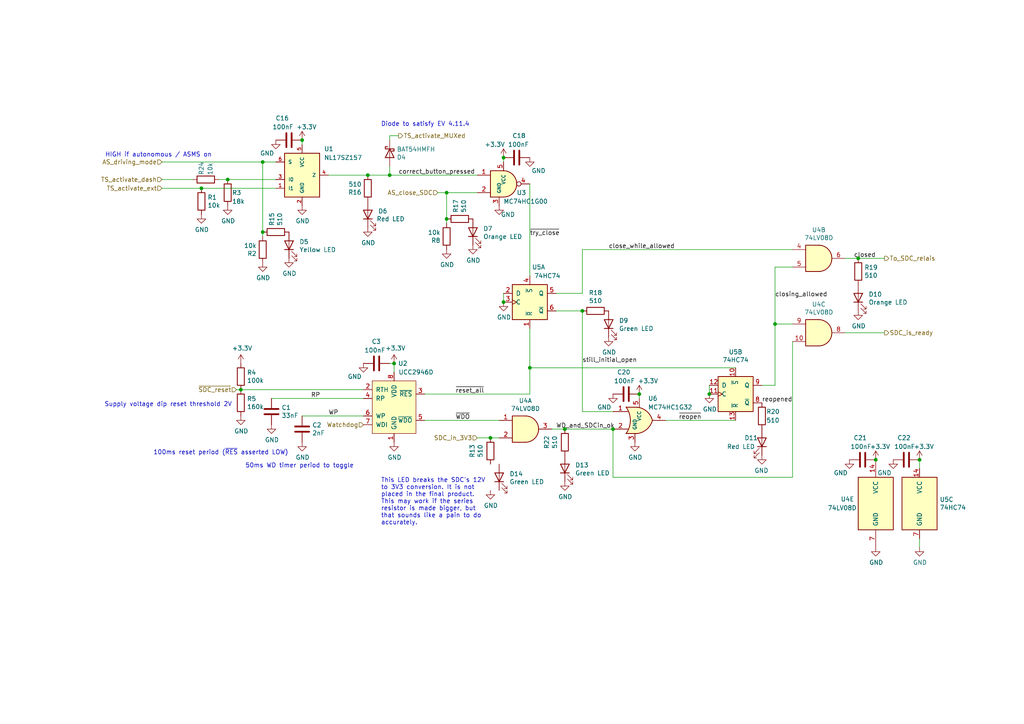
<source format=kicad_sch>
(kicad_sch (version 20211123) (generator eeschema)
  (paper "A4")
  (title_block (title "SDCL - Non-Programmable Logic") (date "2021-12-16") (rev "v1.0") (company "FaSTTUBe - Formula Student Team TU Berlin") (comment 1 "Car 113") (comment 2 "EBS Electronics") (comment 3 "Compliance for rule T 14.5.1 and T 14.5.2") (comment 4 "Hard-Wired logic for SDC relay latching and activation buttons"))
  (lib_symbols
    (symbol "74xx:74HC74" (pin_names (offset 1.016))
      (property "Reference" "U" (at -7.62 8.89 0))
      (property "Value" "74HC74" (at -7.62 -8.89 0))
      (symbol "74HC74_1_0"
        (pin input line (at 0 -7.62 90) (length 2.54) (name "~{R}") (number "1"))
        (pin input line (at -7.62 2.54 0) (length 2.54) (name "D") (number "2"))
        (pin input clock (at -7.62 0 0) (length 2.54) (name "C") (number "3"))
        (pin input line (at 0 7.62 270) (length 2.54) (name "~{S}") (number "4"))
        (pin output line (at 7.62 2.54 180) (length 2.54) (name "Q") (number "5"))
        (pin output line (at 7.62 -2.54 180) (length 2.54) (name "~{Q}") (number "6"))
      )
      (symbol "74HC74_1_1"
        (rectangle (start -5.08 5.08) (end 5.08 -5.08) (stroke (width 0.254)) (fill (type background)))
      )
      (symbol "74HC74_2_0"
        (pin input line (at 0 7.62 270) (length 2.54) (name "~{S}") (number "10"))
        (pin input clock (at -7.62 0 0) (length 2.54) (name "C") (number "11"))
        (pin input line (at -7.62 2.54 0) (length 2.54) (name "D") (number "12"))
        (pin input line (at 0 -7.62 90) (length 2.54) (name "~{R}") (number "13"))
        (pin output line (at 7.62 -2.54 180) (length 2.54) (name "~{Q}") (number "8"))
        (pin output line (at 7.62 2.54 180) (length 2.54) (name "Q") (number "9"))
      )
      (symbol "74HC74_2_1"
        (rectangle (start -5.08 5.08) (end 5.08 -5.08) (stroke (width 0.254)) (fill (type background)))
      )
      (symbol "74HC74_3_0"
        (pin power_in line (at 0 10.16 270) (length 2.54) (name "VCC") (number "14"))
        (pin power_in line (at 0 -10.16 90) (length 2.54) (name "GND") (number "7"))
      )
      (symbol "74HC74_3_1"
        (rectangle (start -5.08 7.62) (end 5.08 -7.62) (stroke (width 0.254)) (fill (type background)))
      )
    )
    (symbol "Custom:74LV08D" (pin_names (offset 1.016))
      (property "Reference" "U" (at 3.81 6.35 0))
      (property "Value" "74LV08D" (at 7.62 3.81 0))
      (symbol "74LV08D_1_1"
        (arc (start 0 -3.81) (mid 3.81 0) (end 0 3.81) (stroke (width 0.254)) (fill (type background)))
        (polyline (pts (xy 0 3.81) (xy -3.81 3.81) (xy -3.81 -3.81) (xy 0 -3.81)) (stroke (width 0.254)) (fill (type background)))
        (pin input line (at -7.62 2.54 0) (length 3.81) (name "~") (number "1"))
        (pin input line (at -7.62 -2.54 0) (length 3.81) (name "~") (number "2"))
        (pin output line (at 7.62 0 180) (length 3.81) (name "~") (number "3"))
      )
      (symbol "74LV08D_1_2"
        (arc (start -3.81 -3.81) (mid -2.589 0) (end -3.81 3.81) (stroke (width 0.254)))
        (arc (start -0.6096 -3.81) (mid 2.1842 -2.5851) (end 3.81 0) (stroke (width 0.254)) (fill (type background)))
        (polyline (pts (xy -3.81 -3.81) (xy -0.635 -3.81)) (stroke (width 0.254)) (fill (type background)))
        (polyline (pts (xy -3.81 3.81) (xy -0.635 3.81)) (stroke (width 0.254)) (fill (type background)))
        (polyline (pts (xy -0.635 3.81) (xy -3.81 3.81) (xy -3.81 3.81) (xy -3.556 3.4036) (xy -3.0226 2.2606) (xy -2.6924 1.0414) (xy -2.6162 -0.254) (xy -2.7686 -1.4986) (xy -3.175 -2.7178) (xy -3.81 -3.81) (xy -3.81 -3.81) (xy -0.635 -3.81)) (stroke (width -25.4)) (fill (type background)))
        (arc (start 3.81 0) (mid 2.1915 2.5936) (end -0.6096 3.81) (stroke (width 0.254)) (fill (type background)))
        (pin input inverted (at -7.62 2.54 0) (length 4.318) (name "~") (number "1"))
        (pin input inverted (at -7.62 -2.54 0) (length 4.318) (name "~") (number "2"))
        (pin output inverted (at 7.62 0 180) (length 3.81) (name "~") (number "3"))
      )
      (symbol "74LV08D_2_1"
        (arc (start 0 -3.81) (mid 3.81 0) (end 0 3.81) (stroke (width 0.254)) (fill (type background)))
        (polyline (pts (xy 0 3.81) (xy -3.81 3.81) (xy -3.81 -3.81) (xy 0 -3.81)) (stroke (width 0.254)) (fill (type background)))
        (pin input line (at -7.62 2.54 0) (length 3.81) (name "~") (number "4"))
        (pin input line (at -7.62 -2.54 0) (length 3.81) (name "~") (number "5"))
        (pin output line (at 7.62 0 180) (length 3.81) (name "~") (number "6"))
      )
      (symbol "74LV08D_2_2"
        (arc (start -3.81 -3.81) (mid -2.589 0) (end -3.81 3.81) (stroke (width 0.254)))
        (arc (start -0.6096 -3.81) (mid 2.1842 -2.5851) (end 3.81 0) (stroke (width 0.254)) (fill (type background)))
        (polyline (pts (xy -3.81 -3.81) (xy -0.635 -3.81)) (stroke (width 0.254)) (fill (type background)))
        (polyline (pts (xy -3.81 3.81) (xy -0.635 3.81)) (stroke (width 0.254)) (fill (type background)))
        (polyline (pts (xy -0.635 3.81) (xy -3.81 3.81) (xy -3.81 3.81) (xy -3.556 3.4036) (xy -3.0226 2.2606) (xy -2.6924 1.0414) (xy -2.6162 -0.254) (xy -2.7686 -1.4986) (xy -3.175 -2.7178) (xy -3.81 -3.81) (xy -3.81 -3.81) (xy -0.635 -3.81)) (stroke (width -25.4)) (fill (type background)))
        (arc (start 3.81 0) (mid 2.1915 2.5936) (end -0.6096 3.81) (stroke (width 0.254)) (fill (type background)))
        (pin input inverted (at -7.62 2.54 0) (length 4.318) (name "~") (number "4"))
        (pin input inverted (at -7.62 -2.54 0) (length 4.318) (name "~") (number "5"))
        (pin output inverted (at 7.62 0 180) (length 3.81) (name "~") (number "6"))
      )
      (symbol "74LV08D_3_1"
        (arc (start 0 -3.81) (mid 3.81 0) (end 0 3.81) (stroke (width 0.254)) (fill (type background)))
        (polyline (pts (xy 0 3.81) (xy -3.81 3.81) (xy -3.81 -3.81) (xy 0 -3.81)) (stroke (width 0.254)) (fill (type background)))
        (pin input line (at -7.62 -2.54 0) (length 3.81) (name "~") (number "10"))
        (pin output line (at 7.62 0 180) (length 3.81) (name "~") (number "8"))
        (pin input line (at -7.62 2.54 0) (length 3.81) (name "~") (number "9"))
      )
      (symbol "74LV08D_3_2"
        (arc (start -3.81 -3.81) (mid -2.589 0) (end -3.81 3.81) (stroke (width 0.254)))
        (arc (start -0.6096 -3.81) (mid 2.1842 -2.5851) (end 3.81 0) (stroke (width 0.254)) (fill (type background)))
        (polyline (pts (xy -3.81 -3.81) (xy -0.635 -3.81)) (stroke (width 0.254)) (fill (type background)))
        (polyline (pts (xy -3.81 3.81) (xy -0.635 3.81)) (stroke (width 0.254)) (fill (type background)))
        (polyline (pts (xy -0.635 3.81) (xy -3.81 3.81) (xy -3.81 3.81) (xy -3.556 3.4036) (xy -3.0226 2.2606) (xy -2.6924 1.0414) (xy -2.6162 -0.254) (xy -2.7686 -1.4986) (xy -3.175 -2.7178) (xy -3.81 -3.81) (xy -3.81 -3.81) (xy -0.635 -3.81)) (stroke (width -25.4)) (fill (type background)))
        (arc (start 3.81 0) (mid 2.1915 2.5936) (end -0.6096 3.81) (stroke (width 0.254)) (fill (type background)))
        (pin input inverted (at -7.62 -2.54 0) (length 4.318) (name "~") (number "10"))
        (pin output inverted (at 7.62 0 180) (length 3.81) (name "~") (number "8"))
        (pin input inverted (at -7.62 2.54 0) (length 4.318) (name "~") (number "9"))
      )
      (symbol "74LV08D_4_1"
        (arc (start 0 -3.81) (mid 3.81 0) (end 0 3.81) (stroke (width 0.254)) (fill (type background)))
        (polyline (pts (xy 0 3.81) (xy -3.81 3.81) (xy -3.81 -3.81) (xy 0 -3.81)) (stroke (width 0.254)) (fill (type background)))
        (pin output line (at 7.62 0 180) (length 3.81) (name "~") (number "11"))
        (pin input line (at -7.62 2.54 0) (length 3.81) (name "~") (number "12"))
        (pin input line (at -7.62 -2.54 0) (length 3.81) (name "~") (number "13"))
      )
      (symbol "74LV08D_4_2"
        (arc (start -3.81 -3.81) (mid -2.589 0) (end -3.81 3.81) (stroke (width 0.254)))
        (arc (start -0.6096 -3.81) (mid 2.1842 -2.5851) (end 3.81 0) (stroke (width 0.254)) (fill (type background)))
        (polyline (pts (xy -3.81 -3.81) (xy -0.635 -3.81)) (stroke (width 0.254)) (fill (type background)))
        (polyline (pts (xy -3.81 3.81) (xy -0.635 3.81)) (stroke (width 0.254)) (fill (type background)))
        (polyline (pts (xy -0.635 3.81) (xy -3.81 3.81) (xy -3.81 3.81) (xy -3.556 3.4036) (xy -3.0226 2.2606) (xy -2.6924 1.0414) (xy -2.6162 -0.254) (xy -2.7686 -1.4986) (xy -3.175 -2.7178) (xy -3.81 -3.81) (xy -3.81 -3.81) (xy -0.635 -3.81)) (stroke (width -25.4)) (fill (type background)))
        (arc (start 3.81 0) (mid 2.1915 2.5936) (end -0.6096 3.81) (stroke (width 0.254)) (fill (type background)))
        (pin output inverted (at 7.62 0 180) (length 3.81) (name "~") (number "11"))
        (pin input inverted (at -7.62 2.54 0) (length 4.318) (name "~") (number "12"))
        (pin input inverted (at -7.62 -2.54 0) (length 4.318) (name "~") (number "13"))
      )
      (symbol "74LV08D_5_0"
        (pin power_in line (at 0 12.7 270) (length 5.08) (name "VCC") (number "14"))
        (pin power_in line (at 0 -12.7 90) (length 5.08) (name "GND") (number "7"))
      )
      (symbol "74LV08D_5_1"
        (rectangle (start -5.08 7.62) (end 5.08 -7.62) (stroke (width 0.254)) (fill (type background)))
      )
    )
    (symbol "Custom:MC74HC1G00" (pin_names (offset 1.016))
      (property "Reference" "U" (at 1.27 7.62 0))
      (property "Value" "MC74HC1G00" (at 7.62 5.08 0))
      (symbol "MC74HC1G00_1_1"
        (arc (start 0 -3.81) (mid 3.81 0) (end 0 3.81) (stroke (width 0.254)) (fill (type background)))
        (polyline (pts (xy 0 3.81) (xy -3.81 3.81) (xy -3.81 -3.81) (xy 0 -3.81)) (stroke (width 0.254)) (fill (type background)))
        (pin input line (at -7.62 2.54 0) (length 3.81) (name "~") (number "1"))
        (pin input line (at -7.62 -2.54 0) (length 3.81) (name "~") (number "2"))
        (pin power_in line (at -1.27 -6.35 90) (length 2.54) (name "GND") (number "3"))
        (pin output inverted (at 7.62 0 180) (length 3.81) (name "~") (number "4"))
        (pin power_in line (at 0 6.35 270) (length 2.54) (name "VCC") (number "5"))
      )
      (symbol "MC74HC1G00_1_2"
        (arc (start -3.81 -3.81) (mid -2.589 0) (end -3.81 3.81) (stroke (width 0.254)))
        (arc (start -0.6096 -3.81) (mid 2.1842 -2.5851) (end 3.81 0) (stroke (width 0.254)) (fill (type background)))
        (polyline (pts (xy -3.81 -3.81) (xy -0.635 -3.81)) (stroke (width 0.254)) (fill (type background)))
        (polyline (pts (xy -3.81 3.81) (xy -0.635 3.81)) (stroke (width 0.254)) (fill (type background)))
        (polyline (pts (xy -0.635 3.81) (xy -3.81 3.81) (xy -3.81 3.81) (xy -3.556 3.4036) (xy -3.0226 2.2606) (xy -2.6924 1.0414) (xy -2.6162 -0.254) (xy -2.7686 -1.4986) (xy -3.175 -2.7178) (xy -3.81 -3.81) (xy -3.81 -3.81) (xy -0.635 -3.81)) (stroke (width -25.4)) (fill (type background)))
        (arc (start 3.81 0) (mid 2.1915 2.5936) (end -0.6096 3.81) (stroke (width 0.254)) (fill (type background)))
        (pin input inverted (at -7.62 2.54 0) (length 4.318) (name "~") (number "1"))
        (pin input inverted (at -7.62 -2.54 0) (length 4.318) (name "~") (number "2"))
        (pin output line (at 7.62 0 180) (length 3.81) (name "~") (number "3"))
      )
    )
    (symbol "Custom:MC74HC1G32" (pin_names (offset 1.016))
      (property "Reference" "U" (at 3.81 6.35 0))
      (property "Value" "MC74HC1G32" (at 8.89 3.81 0))
      (symbol "MC74HC1G32_1_1"
        (arc (start -3.81 -3.81) (mid -2.589 0) (end -3.81 3.81) (stroke (width 0.254)))
        (arc (start -0.6096 -3.81) (mid 2.1842 -2.5851) (end 3.81 0) (stroke (width 0.254)) (fill (type background)))
        (polyline (pts (xy -3.81 -3.81) (xy -0.635 -3.81)) (stroke (width 0.254)) (fill (type background)))
        (polyline (pts (xy -3.81 3.81) (xy -0.635 3.81)) (stroke (width 0.254)) (fill (type background)))
        (polyline (pts (xy -0.635 3.81) (xy -3.81 3.81) (xy -3.81 3.81) (xy -3.556 3.4036) (xy -3.0226 2.2606) (xy -2.6924 1.0414) (xy -2.6162 -0.254) (xy -2.7686 -1.4986) (xy -3.175 -2.7178) (xy -3.81 -3.81) (xy -3.81 -3.81) (xy -0.635 -3.81)) (stroke (width -25.4)) (fill (type background)))
        (arc (start 3.81 0) (mid 2.1915 2.5936) (end -0.6096 3.81) (stroke (width 0.254)) (fill (type background)))
        (pin input line (at -7.62 2.54 0) (length 4.318) (name "~") (number "1"))
        (pin input line (at -7.62 -2.54 0) (length 4.318) (name "~") (number "2"))
        (pin power_in line (at -1.27 -6.35 90) (length 2.54) (name "GND") (number "3"))
        (pin output line (at 7.62 0 180) (length 3.81) (name "~") (number "4"))
        (pin power_in line (at 0 6.35 270) (length 2.54) (name "VCC") (number "5"))
      )
      (symbol "MC74HC1G32_1_2"
        (arc (start 0 -3.81) (mid 3.81 0) (end 0 3.81) (stroke (width 0.254)) (fill (type background)))
        (polyline (pts (xy 0 3.81) (xy -3.81 3.81) (xy -3.81 -3.81) (xy 0 -3.81)) (stroke (width 0.254)) (fill (type background)))
        (pin input inverted (at -7.62 2.54 0) (length 3.81) (name "~") (number "1"))
        (pin input inverted (at -7.62 -2.54 0) (length 3.81) (name "~") (number "2"))
        (pin output inverted (at 7.62 0 180) (length 3.81) (name "~") (number "3"))
      )
    )
    (symbol "Custom:NL17SZ157" (pin_names (offset 1.016))
      (property "Reference" "U" (at 0 15.24 0))
      (property "Value" "NL17SZ157" (at 0 12.7 0))
      (symbol "NL17SZ157_1_1"
        (rectangle (start -5.08 6.35) (end 5.08 -6.35) (stroke (width 0.254)) (fill (type background)))
        (pin input line (at -7.62 -3.81 0) (length 2.54) (name "I1") (number "1"))
        (pin power_in line (at 0 -8.89 90) (length 2.54) (name "GND") (number "2"))
        (pin input line (at -7.62 -1.27 0) (length 2.54) (name "I0") (number "3"))
        (pin output line (at 7.62 0 180) (length 2.54) (name "Z") (number "4"))
        (pin power_in line (at 0 8.89 270) (length 2.54) (name "VCC") (number "5"))
        (pin input line (at -7.62 3.81 0) (length 2.54) (name "S") (number "6"))
      )
    )
    (symbol "Custom:UCC2946" (pin_names (offset 1.016))
      (property "Reference" "U" (at 0 15.24 0))
      (property "Value" "UCC2946" (at 0 12.7 0))
      (symbol "UCC2946_0_1"
        (rectangle (start -6.35 7.62) (end 6.35 -7.62) (fill (type background)))
      )
      (symbol "UCC2946_1_1"
        (pin power_in line (at 0 -10.16 90) (length 2.54) (name "GND") (number "1"))
        (pin input line (at -8.89 5.08 0) (length 2.54) (name "RTH") (number "2"))
        (pin input line (at 8.89 3.81 180) (length 2.54) (name "~{RES}") (number "3"))
        (pin input line (at -8.89 2.54 0) (length 2.54) (name "RP") (number "4"))
        (pin input line (at 8.89 -3.81 180) (length 2.54) (name "~{WDO}") (number "5"))
        (pin input line (at -8.89 -2.54 0) (length 2.54) (name "WP") (number "6"))
        (pin input line (at -8.89 -5.08 0) (length 2.54) (name "WDI") (number "7"))
        (pin power_in line (at 0 10.16 270) (length 2.54) (name "VDD") (number "8"))
      )
    )
    (symbol "Device:C" (pin_numbers hide) (pin_names (offset 0.254))
      (property "Reference" "C" (at 0.635 2.54 0))
      (property "Value" "C" (at 0.635 -2.54 0))
      (symbol "C_0_1"
        (polyline (pts (xy -2.032 -0.762) (xy 2.032 -0.762)) (stroke (width 0.508)))
        (polyline (pts (xy -2.032 0.762) (xy 2.032 0.762)) (stroke (width 0.508)))
      )
      (symbol "C_1_1"
        (pin passive line (at 0 3.81 270) (length 2.794) (name "~") (number "1"))
        (pin passive line (at 0 -3.81 90) (length 2.794) (name "~") (number "2"))
      )
    )
    (symbol "Device:D_Schottky" (pin_numbers hide) (pin_names (offset 1.016) hide)
      (property "Reference" "D" (at 0 2.54 0))
      (property "Value" "D_Schottky" (at 0 -2.54 0))
      (symbol "D_Schottky_0_1"
        (polyline (pts (xy 1.27 0) (xy -1.27 0)))
        (polyline (pts (xy 1.27 1.27) (xy 1.27 -1.27) (xy -1.27 0) (xy 1.27 1.27)) (stroke (width 0.254)))
        (polyline (pts (xy -1.905 0.635) (xy -1.905 1.27) (xy -1.27 1.27) (xy -1.27 -1.27) (xy -0.635 -1.27) (xy -0.635 -0.635)) (stroke (width 0.254)))
      )
      (symbol "D_Schottky_1_1"
        (pin passive line (at -3.81 0 0) (length 2.54) (name "K") (number "1"))
        (pin passive line (at 3.81 0 180) (length 2.54) (name "A") (number "2"))
      )
    )
    (symbol "Device:LED" (pin_numbers hide) (pin_names (offset 1.016) hide)
      (property "Reference" "D" (at 0 2.54 0))
      (property "Value" "LED" (at 0 -2.54 0))
      (symbol "LED_0_1"
        (polyline (pts (xy -1.27 -1.27) (xy -1.27 1.27)) (stroke (width 0.254)))
        (polyline (pts (xy -1.27 0) (xy 1.27 0)))
        (polyline (pts (xy 1.27 -1.27) (xy 1.27 1.27) (xy -1.27 0) (xy 1.27 -1.27)) (stroke (width 0.254)))
        (polyline (pts (xy -3.048 -0.762) (xy -4.572 -2.286) (xy -3.81 -2.286) (xy -4.572 -2.286) (xy -4.572 -1.524)))
        (polyline (pts (xy -1.778 -0.762) (xy -3.302 -2.286) (xy -2.54 -2.286) (xy -3.302 -2.286) (xy -3.302 -1.524)))
      )
      (symbol "LED_1_1"
        (pin passive line (at -3.81 0 0) (length 2.54) (name "K") (number "1"))
        (pin passive line (at 3.81 0 180) (length 2.54) (name "A") (number "2"))
      )
    )
    (symbol "Device:R" (pin_numbers hide) (pin_names (offset 0))
      (property "Reference" "R" (at 2.032 0 90))
      (property "Value" "R" (at 0 0 90))
      (symbol "R_0_1"
        (rectangle (start -1.016 -2.54) (end 1.016 2.54) (stroke (width 0.254)))
      )
      (symbol "R_1_1"
        (pin passive line (at 0 3.81 270) (length 1.27) (name "~") (number "1"))
        (pin passive line (at 0 -3.81 90) (length 1.27) (name "~") (number "2"))
      )
    )
    (symbol "power:+3.3V" (power) (pin_names (offset 0))
      (property "Value" "+3.3V" (at 0 3.556 0))
      (symbol "+3.3V_0_1"
        (polyline (pts (xy -0.762 1.27) (xy 0 2.54)))
        (polyline (pts (xy 0 0) (xy 0 2.54)))
        (polyline (pts (xy 0 2.54) (xy 0.762 1.27)))
      )
      (symbol "+3.3V_1_1"
        (pin power_in line (at 0 0 90) (length 0) hide (name "+3.3V") (number "1"))
      )
    )
    (symbol "power:GND" (power) (pin_names (offset 0))
      (property "Value" "GND" (at 0 -3.81 0))
      (symbol "GND_0_1"
        (polyline (pts (xy 0 0) (xy 0 -1.27) (xy 1.27 -1.27) (xy 0 -2.54) (xy -1.27 -1.27) (xy 0 -1.27)))
      )
      (symbol "GND_1_1"
        (pin power_in line (at 0 0 270) (length 0) hide (name "GND") (number "1"))
      )
    )
  )
  (junction (at 163.83 124.46))
  (junction (at 114.3 105.41))
  (junction (at 224.79 93.98))
  (junction (at 113.03 50.8))
  (junction (at 129.54 63.5))
  (junction (at 168.91 90.17))
  (junction (at 248.92 74.93))
  (junction (at 266.7 133.35))
  (junction (at 153.67 106.68))
  (junction (at 146.05 87.63))
  (junction (at 76.2 67.31))
  (junction (at 146.05 45.72))
  (junction (at 106.68 50.8))
  (junction (at 142.24 127))
  (junction (at 254 133.35))
  (junction (at 129.54 55.88))
  (junction (at 58.42 54.61))
  (junction (at 69.85 113.03))
  (junction (at 177.8 124.46))
  (junction (at 76.2 46.99))
  (junction (at 87.63 40.64))
  (junction (at 185.42 114.3))
  (junction (at 66.04 52.07))
  (junction (at 205.74 114.3))
  (wire (pts (xy 58.42 54.61) (xy 80.01 54.61)))
  (wire (pts (xy 153.67 106.68) (xy 153.67 114.3)))
  (wire (pts (xy 142.24 127) (xy 144.78 127)))
  (wire (pts (xy 245.11 96.52) (xy 256.54 96.52)))
  (wire (pts (xy 224.79 111.76) (xy 224.79 93.98)))
  (wire (pts (xy 161.29 85.09) (xy 168.91 85.09)))
  (wire (pts (xy 213.36 106.68) (xy 153.67 106.68)))
  (wire (pts (xy 113.03 50.8) (xy 138.43 50.8)))
  (wire (pts (xy 127 55.88) (xy 129.54 55.88)))
  (wire (pts (xy 66.04 52.07) (xy 80.01 52.07)))
  (wire (pts (xy 113.03 39.37) (xy 115.57 39.37)))
  (wire (pts (xy 153.67 53.34) (xy 153.67 80.01)))
  (wire (pts (xy 87.63 40.64) (xy 87.63 41.91)))
  (wire (pts (xy 69.85 113.03) (xy 105.41 113.03)))
  (wire (pts (xy 138.43 127) (xy 142.24 127)))
  (wire (pts (xy 224.79 93.98) (xy 224.79 77.47)))
  (wire (pts (xy 123.19 114.3) (xy 153.67 114.3)))
  (wire (pts (xy 106.68 50.8) (xy 113.03 50.8)))
  (wire (pts (xy 46.99 46.99) (xy 76.2 46.99)))
  (wire (pts (xy 224.79 77.47) (xy 229.87 77.47)))
  (wire (pts (xy 129.54 55.88) (xy 138.43 55.88)))
  (wire (pts (xy 76.2 46.99) (xy 76.2 67.31)))
  (wire (pts (xy 168.91 90.17) (xy 161.29 90.17)))
  (wire (pts (xy 163.83 124.46) (xy 177.8 124.46)))
  (wire (pts (xy 95.25 50.8) (xy 106.68 50.8)))
  (wire (pts (xy 168.91 90.17) (xy 168.91 119.38)))
  (wire (pts (xy 68.58 113.03) (xy 69.85 113.03)))
  (wire (pts (xy 266.7 135.89) (xy 266.7 133.35)))
  (wire (pts (xy 78.74 115.57) (xy 105.41 115.57)))
  (wire (pts (xy 193.04 121.92) (xy 213.36 121.92)))
  (wire (pts (xy 113.03 105.41) (xy 114.3 105.41)))
  (wire (pts (xy 177.8 138.43) (xy 177.8 124.46)))
  (wire (pts (xy 114.3 105.41) (xy 114.3 107.95)))
  (wire (pts (xy 153.67 95.25) (xy 153.67 106.68)))
  (wire (pts (xy 168.91 72.39) (xy 168.91 85.09)))
  (wire (pts (xy 123.19 121.92) (xy 144.78 121.92)))
  (wire (pts (xy 129.54 63.5) (xy 129.54 64.77)))
  (wire (pts (xy 46.99 54.61) (xy 58.42 54.61)))
  (wire (pts (xy 220.98 111.76) (xy 224.79 111.76)))
  (wire (pts (xy 266.7 158.75) (xy 266.7 156.21)))
  (wire (pts (xy 160.02 124.46) (xy 163.83 124.46)))
  (wire (pts (xy 248.92 74.93) (xy 256.54 74.93)))
  (wire (pts (xy 146.05 45.72) (xy 146.05 46.99)))
  (wire (pts (xy 76.2 67.31) (xy 76.2 68.58)))
  (wire (pts (xy 113.03 40.64) (xy 113.03 39.37)))
  (wire (pts (xy 63.5 52.07) (xy 66.04 52.07)))
  (wire (pts (xy 168.91 119.38) (xy 177.8 119.38)))
  (wire (pts (xy 205.74 111.76) (xy 205.74 114.3)))
  (wire (pts (xy 146.05 85.09) (xy 146.05 87.63)))
  (wire (pts (xy 129.54 55.88) (xy 129.54 63.5)))
  (wire (pts (xy 113.03 48.26) (xy 113.03 50.8)))
  (wire (pts (xy 229.87 93.98) (xy 224.79 93.98)))
  (wire (pts (xy 168.91 72.39) (xy 229.87 72.39)))
  (wire (pts (xy 185.42 114.3) (xy 185.42 115.57)))
  (wire (pts (xy 76.2 46.99) (xy 80.01 46.99)))
  (wire (pts (xy 245.11 74.93) (xy 248.92 74.93)))
  (wire (pts (xy 229.87 99.06) (xy 229.87 138.43)))
  (wire (pts (xy 46.99 52.07) (xy 55.88 52.07)))
  (wire (pts (xy 229.87 138.43) (xy 177.8 138.43)))
  (wire (pts (xy 87.63 120.65) (xy 105.41 120.65)))
  (text "Supply voltage dip reset threshold 2V" (at 67.31 118.11 180) (effects (font (size 1.27 1.27)) (justify right bottom)))
  (text "100ms reset period (~{RES} asserted LOW)" (at 44.45 132.08 0) (effects (font (size 1.27 1.27)) (justify left bottom)))
  (text "50ms WD timer period to toggle" (at 71.12 135.89 0) (effects (font (size 1.27 1.27)) (justify left bottom)))
  (text "This LED breaks the SDC's 12V\nto 3V3 conversion. It is not\nplaced in the final product.\nThis may work if the series\nresistor is made bigger, but\nthat sounds like a pain to do\naccurately." (at 110.49 152.4 0) (effects (font (size 1.27 1.27)) (justify left bottom)))
  (text "HIGH if autonomous / ASMS on" (at 30.48 45.72 0) (effects (font (size 1.27 1.27)) (justify left bottom)))
  (text "Diode to satisfy EV 4.11.4" (at 110.49 36.83 0) (effects (font (size 1.27 1.27)) (justify left bottom)))
  (label "~{reopen}" (at 196.85 121.92 0))
  (label "reopened" (at 220.98 116.84 0))
  (label "correct_button_pressed" (at 115.57 50.8 0))
  (label "WP" (at 95.25 120.65 0))
  (label "WD_and_SDCin_ok" (at 161.29 124.46 0))
  (label "close_while_allowed" (at 176.53 72.39 0))
  (label "~{reset_all}" (at 132.08 114.3 0))
  (label "closing_allowed" (at 224.79 86.36 0))
  (label "~{WDO}" (at 132.08 121.92 0))
  (label "still_initial_open" (at 168.91 105.41 0))
  (label "closed" (at 247.65 74.93 0))
  (label "RP" (at 90.17 115.57 0))
  (label "~{try_close}" (at 153.67 68.58 0))
  (hierarchical_label "SDC_in_3V3" (shape input) (at 138.43 127 180))
  (hierarchical_label "TS_activate_dash" (shape input) (at 46.99 52.07 180))
  (hierarchical_label "~{SDC_reset}" (shape input) (at 68.58 113.03 180))
  (hierarchical_label "AS_close_SDC" (shape input) (at 127 55.88 180))
  (hierarchical_label "SDC_is_ready" (shape output) (at 256.54 96.52 0))
  (hierarchical_label "TS_activate_MUXed" (shape output) (at 115.57 39.37 0))
  (hierarchical_label "AS_driving_mode" (shape input) (at 46.99 46.99 180))
  (hierarchical_label "TS_activate_ext" (shape input) (at 46.99 54.61 180))
  (hierarchical_label "Watchdog" (shape input) (at 105.41 123.19 180))
  (hierarchical_label "To_SDC_relais" (shape output) (at 256.54 74.93 0))
  (symbol (lib_id "Device:C") (at 78.74 119.38 0) (unit 1)
    (property "Reference" "C1" (at 81.661 118.2116 0) (effects (justify left)))
    (property "Value" "33nF" (at 81.661 120.523 0) (effects (justify left)))
    (property "Footprint" "Capacitor_SMD:C_0603_1608Metric_Pad1.05x0.95mm_HandSolder" (effects hide))
  )
  (symbol (lib_id "Device:C") (at 87.63 124.46 0) (unit 1)
    (property "Reference" "C2" (at 90.551 123.2916 0) (effects (justify left)))
    (property "Value" "2nF" (at 90.551 125.603 0) (effects (justify left)))
    (property "Footprint" "Capacitor_SMD:C_0603_1608Metric_Pad1.05x0.95mm_HandSolder" (effects hide))
  )
  (symbol (lib_id "Custom:UCC2946") (at 114.3 118.11 0) (unit 1)
    (property "Reference" "U2" (at 116.84 105.41 0))
    (property "Value" "UCC2946D" (at 120.65 107.95 0))
    (property "Footprint" "Package_SO:SOIC-8_3.9x4.9mm_P1.27mm" (effects hide))
    (property "Datasheet" "https://www.ti.com/lit/ds/symlink/ucc2946.pdf" (effects hide))
  )
  (symbol (lib_id "Device:C") (at 109.22 105.41 90) (unit 1)
    (property "Reference" "C3" (at 110.49 99.06 90) (effects (justify left)))
    (property "Value" "100nF" (at 111.76 101.6 90) (effects (justify left)))
    (property "Footprint" "Capacitor_SMD:C_0603_1608Metric_Pad1.05x0.95mm_HandSolder" (effects hide))
  )
  (symbol (lib_id "Device:R") (at 69.85 116.84 0) (unit 1)
    (property "Reference" "R5" (at 71.628 115.6716 0) (effects (justify left)))
    (property "Value" "160k" (at 71.628 117.983 0) (effects (justify left)))
    (property "Footprint" "Resistor_SMD:R_0603_1608Metric_Pad1.05x0.95mm_HandSolder" (effects hide))
  )
  (symbol (lib_id "Device:R") (at 69.85 109.22 0) (unit 1)
    (property "Reference" "R4" (at 71.628 108.0516 0) (effects (justify left)))
    (property "Value" "100k" (at 71.628 110.363 0) (effects (justify left)))
    (property "Footprint" "Resistor_SMD:R_0603_1608Metric_Pad1.05x0.95mm_HandSolder" (effects hide))
  )
  (symbol (lib_id "Device:R") (at 58.42 58.42 0) (unit 1)
    (property "Reference" "R1" (at 60.198 57.2516 0) (effects (justify left)))
    (property "Value" "10k" (at 60.198 59.563 0) (effects (justify left)))
    (property "Footprint" "Resistor_SMD:R_0603_1608Metric_Pad1.05x0.95mm_HandSolder" (effects hide))
  )
  (symbol (lib_id "Device:R") (at 66.04 55.88 0) (unit 1)
    (property "Reference" "R3" (at 67.31 55.88 0) (effects (justify left)))
    (property "Value" "18k" (at 67.31 58.42 0) (effects (justify left)))
    (property "Footprint" "Resistor_SMD:R_0603_1608Metric_Pad1.05x0.95mm_HandSolder" (effects hide))
  )
  (symbol (lib_id "power:GND") (at 66.04 59.69 0) (unit 1)
    (property "Reference" "#PWR0107" (effects hide))
    (property "Value" "GND" (at 66.167 64.0842 0))
  )
  (symbol (lib_id "power:GND") (at 58.42 62.23 0) (unit 1)
    (property "Reference" "#PWR0108" (effects hide))
    (property "Value" "GND" (at 58.547 66.6242 0))
  )
  (symbol (lib_id "Device:R") (at 76.2 72.39 180) (unit 1)
    (property "Reference" "R2" (at 74.422 73.5584 0) (effects (justify left)))
    (property "Value" "10k" (at 74.422 71.247 0) (effects (justify left)))
    (property "Footprint" "Resistor_SMD:R_0603_1608Metric_Pad1.05x0.95mm_HandSolder" (effects hide))
  )
  (symbol (lib_id "power:GND") (at 76.2 76.2 0) (unit 1)
    (property "Reference" "#PWR0109" (effects hide))
    (property "Value" "GND" (at 76.327 80.5942 0))
  )
  (symbol (lib_id "Device:R") (at 129.54 68.58 180) (unit 1)
    (property "Reference" "R8" (at 127.762 69.7484 0) (effects (justify left)))
    (property "Value" "10k" (at 127.762 67.437 0) (effects (justify left)))
    (property "Footprint" "Resistor_SMD:R_0603_1608Metric_Pad1.05x0.95mm_HandSolder" (effects hide))
  )
  (symbol (lib_id "Custom:MC74HC1G00") (at 146.05 53.34 0) (unit 1)
    (property "Reference" "U3" (at 149.86 55.88 0) (effects (justify left)))
    (property "Value" "MC74HC1G00" (at 146.05 58.42 0) (effects (justify left)))
    (property "Footprint" "Custom:SC-74A-5_1.5x2.9mm_P0.95mm" (effects hide))
    (property "Datasheet" "http://www.ti.com/lit/gpn/sn74ls00" (effects hide))
  )
  (symbol (lib_id "power:GND") (at 144.78 59.69 0) (unit 1)
    (property "Reference" "#PWR0122" (effects hide))
    (property "Value" "GND" (at 147.32 62.23 0))
  )
  (symbol (lib_id "power:GND") (at 129.54 72.39 0) (unit 1)
    (property "Reference" "#PWR0111" (effects hide))
    (property "Value" "GND" (at 129.667 76.7842 0))
  )
  (symbol (lib_id "Custom:MC74HC1G32") (at 185.42 121.92 0) (unit 1)
    (property "Reference" "U6" (at 187.96 115.57 0) (effects (justify left)))
    (property "Value" "MC74HC1G32" (at 187.96 118.11 0) (effects (justify left)))
    (property "Footprint" "Custom:SC-74A-5_1.5x2.9mm_P0.95mm" (effects hide))
    (property "Datasheet" "https://www.mouser.de/datasheet/2/308/1/MC74HC1G32_D-2315545.pdf" (effects hide))
  )
  (symbol (lib_id "power:GND") (at 184.15 128.27 0) (unit 1)
    (property "Reference" "#PWR0124" (effects hide))
    (property "Value" "GND" (at 184.277 132.6642 0))
  )
  (symbol (lib_id "power:+3.3V") (at 185.42 114.3 0) (unit 1)
    (property "Reference" "#PWR0125" (effects hide))
    (property "Value" "+3.3V" (at 187.96 110.49 0))
  )
  (symbol (lib_id "power:GND") (at 105.41 105.41 0) (unit 1)
    (property "Reference" "#PWR0112" (effects hide))
    (property "Value" "GND" (at 102.87 109.22 0))
  )
  (symbol (lib_id "Custom:74LV08D") (at 152.4 124.46 0) (unit 1)
    (property "Reference" "U4" (at 152.4 116.205 0))
    (property "Value" "74LV08D" (at 152.4 118.5164 0))
    (property "Footprint" "Package_SO:SOIC-14_3.9x8.7mm_P1.27mm" (effects hide))
    (property "Datasheet" "https://www.mouser.de/datasheet/2/916/74LV08-1388983.pdf" (effects hide))
  )
  (symbol (lib_id "power:GND") (at 87.63 128.27 0) (unit 1)
    (property "Reference" "#PWR0113" (effects hide))
    (property "Value" "GND" (at 87.757 132.6642 0))
  )
  (symbol (lib_id "Custom:74LV08D") (at 237.49 74.93 0) (unit 2)
    (property "Reference" "U4" (at 237.49 66.675 0))
    (property "Value" "74LV08D" (at 237.49 68.9864 0))
    (property "Footprint" "Package_SO:SOIC-14_3.9x8.7mm_P1.27mm" (effects hide))
    (property "Datasheet" "https://www.mouser.de/datasheet/2/916/74LV08-1388983.pdf" (effects hide))
  )
  (symbol (lib_id "Custom:74LV08D") (at 237.49 96.52 0) (unit 3)
    (property "Reference" "U4" (at 237.49 88.265 0))
    (property "Value" "74LV08D" (at 237.49 90.5764 0))
    (property "Footprint" "Package_SO:SOIC-14_3.9x8.7mm_P1.27mm" (effects hide))
    (property "Datasheet" "https://www.mouser.de/datasheet/2/916/74LV08-1388983.pdf" (effects hide))
  )
  (symbol (lib_id "power:GND") (at 146.05 87.63 0) (unit 1)
    (property "Reference" "#PWR0115" (effects hide))
    (property "Value" "GND" (at 146.177 92.0242 0))
  )
  (symbol (lib_id "Custom:74LV08D") (at 254 146.05 0) (unit 5)
    (property "Reference" "U4" (at 243.84 144.78 0) (effects (justify left)))
    (property "Value" "74LV08D" (at 240.03 147.32 0) (effects (justify left)))
    (property "Footprint" "Package_SO:SOIC-14_3.9x8.7mm_P1.27mm" (effects hide))
    (property "Datasheet" "https://www.mouser.de/datasheet/2/916/74LV08-1388983.pdf" (effects hide))
  )
  (symbol (lib_id "power:GND") (at 205.74 114.3 0) (unit 1)
    (property "Reference" "#PWR0118" (effects hide))
    (property "Value" "GND" (at 205.867 118.6942 0))
  )
  (symbol (lib_id "power:+3.3V") (at 254 133.35 0) (unit 1)
    (property "Reference" "#PWR0126" (effects hide))
    (property "Value" "+3.3V" (at 255.27 129.54 0))
  )
  (symbol (lib_id "power:GND") (at 254 158.75 0) (unit 1)
    (property "Reference" "#PWR0127" (effects hide))
    (property "Value" "GND" (at 254.127 163.1442 0))
  )
  (symbol (lib_id "power:+3.3V") (at 114.3 105.41 0) (unit 1)
    (property "Reference" "#PWR0128" (effects hide))
    (property "Value" "+3.3V" (at 114.681 101.0158 0))
  )
  (symbol (lib_id "power:+3.3V") (at 69.85 105.41 0) (unit 1)
    (property "Reference" "#PWR0129" (effects hide))
    (property "Value" "+3.3V" (at 70.231 101.0158 0))
  )
  (symbol (lib_id "Device:D_Schottky") (at 113.03 44.45 90) (mirror x) (unit 1)
    (property "Reference" "D4" (at 115.062 45.6184 90) (effects (justify right)))
    (property "Value" "BAT54HMFH" (at 115.062 43.307 90) (effects (justify right)))
    (property "Footprint" "Diode_SMD:D_SOT-23_ANK" (effects hide))
  )
  (symbol (lib_id "power:GND") (at 69.85 120.65 0) (unit 1)
    (property "Reference" "#PWR0130" (effects hide))
    (property "Value" "GND" (at 69.977 125.0442 0))
  )
  (symbol (lib_id "power:GND") (at 78.74 123.19 0) (unit 1)
    (property "Reference" "#PWR0131" (effects hide))
    (property "Value" "GND" (at 78.867 127.5842 0))
  )
  (symbol (lib_id "Custom:NL17SZ157") (at 87.63 50.8 0) (unit 1)
    (property "Reference" "U1" (at 93.98 43.18 0) (effects (justify left)))
    (property "Value" "NL17SZ157" (at 93.98 45.72 0) (effects (justify left)))
    (property "Footprint" "Custom:SC-74-6_1.5x2.9mm_P0.95mm" (effects hide))
    (property "Datasheet" "https://www.mouser.de/datasheet/2/308/1/NL17SZ157_D-2318109.pdf" (effects hide))
  )
  (symbol (lib_id "power:GND") (at 114.3 128.27 0) (unit 1)
    (property "Reference" "#PWR0132" (effects hide))
    (property "Value" "GND" (at 114.427 132.6642 0))
  )
  (symbol (lib_id "power:GND") (at 87.63 59.69 0) (unit 1)
    (property "Reference" "#PWR0116" (effects hide))
    (property "Value" "GND" (at 87.757 64.0842 0))
  )
  (symbol (lib_id "Device:LED") (at 248.92 86.36 90) (unit 1)
    (property "Reference" "D10" (at 251.9172 85.3694 90) (effects (justify right)))
    (property "Value" "Orange LED" (at 251.9172 87.6808 90) (effects (justify right)))
    (property "Footprint" "Diode_SMD:D_0603_1608Metric_Pad1.05x0.95mm_HandSolder" (effects hide))
  )
  (symbol (lib_id "Device:R") (at 248.92 78.74 0) (unit 1)
    (property "Reference" "R19" (at 250.698 77.5716 0) (effects (justify left)))
    (property "Value" "510" (at 250.698 79.883 0) (effects (justify left)))
    (property "Footprint" "Resistor_SMD:R_0603_1608Metric_Pad1.05x0.95mm_HandSolder" (effects hide))
  )
  (symbol (lib_id "power:GND") (at 248.92 90.17 0) (unit 1)
    (property "Reference" "#PWR0155" (effects hide))
    (property "Value" "GND" (at 249.047 94.5642 0))
  )
  (symbol (lib_id "Device:LED") (at 163.83 135.89 90) (unit 1)
    (property "Reference" "D13" (at 166.8272 134.8994 90) (effects (justify right)))
    (property "Value" "Green LED" (at 166.8272 137.2108 90) (effects (justify right)))
    (property "Footprint" "Diode_SMD:D_0603_1608Metric_Pad1.05x0.95mm_HandSolder" (effects hide))
  )
  (symbol (lib_id "Device:R") (at 163.83 128.27 180) (unit 1)
    (property "Reference" "R22" (at 158.5722 128.27 90))
    (property "Value" "510" (at 160.8836 128.27 90))
    (property "Footprint" "Resistor_SMD:R_0603_1608Metric_Pad1.05x0.95mm_HandSolder" (effects hide))
  )
  (symbol (lib_id "power:GND") (at 163.83 139.7 0) (unit 1)
    (property "Reference" "#PWR0163" (effects hide))
    (property "Value" "GND" (at 163.957 144.0942 0))
  )
  (symbol (lib_id "74xx:74HC74") (at 153.67 87.63 0) (unit 1)
    (property "Reference" "U5" (at 156.21 77.47 0))
    (property "Value" "74HC74" (at 158.75 80.01 0))
    (property "Footprint" "Package_SO:SOIC-14_3.9x8.7mm_P1.27mm" (effects hide))
    (property "Datasheet" "https://www.mouser.de/datasheet/2/916/74HC_HCT74-1319854.pdf" (effects hide))
  )
  (symbol (lib_id "Device:LED") (at 220.98 128.27 270) (mirror x) (unit 1)
    (property "Reference" "D11" (at 215.9 127 90) (effects (justify left)))
    (property "Value" "Red LED" (at 210.82 129.54 90) (effects (justify left)))
    (property "Footprint" "Diode_SMD:D_0603_1608Metric_Pad1.05x0.95mm_HandSolder" (effects hide))
  )
  (symbol (lib_id "Device:R") (at 220.98 120.65 0) (mirror y) (unit 1)
    (property "Reference" "R20" (at 222.25 119.38 0) (effects (justify right)))
    (property "Value" "510" (at 222.25 121.92 0) (effects (justify right)))
    (property "Footprint" "Resistor_SMD:R_0603_1608Metric_Pad1.05x0.95mm_HandSolder" (effects hide))
  )
  (symbol (lib_id "power:GND") (at 220.98 132.08 0) (mirror y) (unit 1)
    (property "Reference" "#PWR0157" (effects hide))
    (property "Value" "GND" (at 220.853 136.4742 0))
  )
  (symbol (lib_id "74xx:74HC74") (at 213.36 114.3 0) (unit 2)
    (property "Reference" "U5" (at 213.36 102.0826 0))
    (property "Value" "74HC74" (at 213.36 104.394 0))
    (property "Footprint" "Package_SO:SOIC-14_3.9x8.7mm_P1.27mm" (effects hide))
    (property "Datasheet" "https://www.mouser.de/datasheet/2/916/74HC_HCT74-1319854.pdf" (effects hide))
  )
  (symbol (lib_id "74xx:74HC74") (at 266.7 146.05 0) (unit 3)
    (property "Reference" "U5" (at 272.542 144.8816 0) (effects (justify left)))
    (property "Value" "74HC74" (at 272.542 147.193 0) (effects (justify left)))
    (property "Footprint" "Package_SO:SOIC-14_3.9x8.7mm_P1.27mm" (effects hide))
    (property "Datasheet" "https://www.mouser.de/datasheet/2/916/74HC_HCT74-1319854.pdf" (effects hide))
  )
  (symbol (lib_id "Device:C") (at 250.19 133.35 90) (unit 1)
    (property "Reference" "C21" (at 251.46 127 90) (effects (justify left)))
    (property "Value" "100nF" (at 252.73 129.54 90) (effects (justify left)))
    (property "Footprint" "Capacitor_SMD:C_0603_1608Metric_Pad1.05x0.95mm_HandSolder" (effects hide))
  )
  (symbol (lib_id "power:GND") (at 246.38 133.35 0) (unit 1)
    (property "Reference" "#PWR0117" (effects hide))
    (property "Value" "GND" (at 243.84 137.16 0))
  )
  (symbol (lib_id "Device:LED") (at 176.53 93.98 90) (unit 1)
    (property "Reference" "D9" (at 179.5272 92.9894 90) (effects (justify right)))
    (property "Value" "Green LED" (at 179.5272 95.3008 90) (effects (justify right)))
    (property "Footprint" "Diode_SMD:D_0603_1608Metric_Pad1.05x0.95mm_HandSolder" (effects hide))
  )
  (symbol (lib_id "Device:R") (at 172.72 90.17 90) (unit 1)
    (property "Reference" "R18" (at 172.72 84.9122 90))
    (property "Value" "510" (at 172.72 87.2236 90))
    (property "Footprint" "Resistor_SMD:R_0603_1608Metric_Pad1.05x0.95mm_HandSolder" (effects hide))
  )
  (symbol (lib_id "power:GND") (at 176.53 97.79 0) (unit 1)
    (property "Reference" "#PWR0158" (effects hide))
    (property "Value" "GND" (at 176.657 102.1842 0))
  )
  (symbol (lib_id "Device:C") (at 262.89 133.35 90) (unit 1)
    (property "Reference" "C22" (at 264.16 127 90) (effects (justify left)))
    (property "Value" "100nF" (at 265.43 129.54 90) (effects (justify left)))
    (property "Footprint" "Capacitor_SMD:C_0603_1608Metric_Pad1.05x0.95mm_HandSolder" (effects hide))
  )
  (symbol (lib_id "power:GND") (at 259.08 133.35 0) (unit 1)
    (property "Reference" "#PWR0123" (effects hide))
    (property "Value" "GND" (at 256.54 137.16 0))
  )
  (symbol (lib_id "power:GND") (at 266.7 158.75 0) (unit 1)
    (property "Reference" "#PWR0119" (effects hide))
    (property "Value" "GND" (at 266.827 163.1442 0))
  )
  (symbol (lib_id "power:+3.3V") (at 266.7 133.35 0) (unit 1)
    (property "Reference" "#PWR0120" (effects hide))
    (property "Value" "+3.3V" (at 267.97 129.54 0))
  )
  (symbol (lib_id "Device:C") (at 181.61 114.3 90) (unit 1)
    (property "Reference" "C20" (at 182.88 107.95 90) (effects (justify left)))
    (property "Value" "100nF" (at 184.15 110.49 90) (effects (justify left)))
    (property "Footprint" "Capacitor_SMD:C_0603_1608Metric_Pad1.05x0.95mm_HandSolder" (effects hide))
  )
  (symbol (lib_id "power:GND") (at 177.8 114.3 0) (unit 1)
    (property "Reference" "#PWR0150" (effects hide))
    (property "Value" "GND" (at 175.26 118.11 0))
  )
  (symbol (lib_id "power:+3.3V") (at 146.05 45.72 0) (mirror y) (unit 1)
    (property "Reference" "#PWR0151" (effects hide))
    (property "Value" "+3.3V" (at 143.51 41.91 0))
  )
  (symbol (lib_id "Device:C") (at 149.86 45.72 270) (mirror x) (unit 1)
    (property "Reference" "C18" (at 148.59 39.37 90) (effects (justify left)))
    (property "Value" "100nF" (at 147.32 41.91 90) (effects (justify left)))
    (property "Footprint" "Capacitor_SMD:C_0603_1608Metric_Pad1.05x0.95mm_HandSolder" (effects hide))
  )
  (symbol (lib_id "power:GND") (at 153.67 45.72 0) (mirror y) (unit 1)
    (property "Reference" "#PWR0152" (effects hide))
    (property "Value" "GND" (at 156.21 49.53 0))
  )
  (symbol (lib_id "power:+3.3V") (at 87.63 40.64 0) (unit 1)
    (property "Reference" "#PWR0153" (effects hide))
    (property "Value" "+3.3V" (at 88.9 36.83 0))
  )
  (symbol (lib_id "Device:C") (at 83.82 40.64 90) (unit 1)
    (property "Reference" "C16" (at 83.82 34.29 90) (effects (justify left)))
    (property "Value" "100nF" (at 85.09 36.83 90) (effects (justify left)))
    (property "Footprint" "Capacitor_SMD:C_0603_1608Metric_Pad1.05x0.95mm_HandSolder" (effects hide))
  )
  (symbol (lib_id "power:GND") (at 80.01 40.64 0) (unit 1)
    (property "Reference" "#PWR0154" (effects hide))
    (property "Value" "GND" (at 77.47 44.45 0))
  )
  (symbol (lib_id "Device:LED") (at 83.82 71.12 90) (unit 1)
    (property "Reference" "D5" (at 86.8172 70.1294 90) (effects (justify right)))
    (property "Value" "Yellow LED" (at 86.8172 72.4408 90) (effects (justify right)))
    (property "Footprint" "Diode_SMD:D_0603_1608Metric_Pad1.05x0.95mm_HandSolder" (effects hide))
  )
  (symbol (lib_id "Device:R") (at 80.01 67.31 90) (unit 1)
    (property "Reference" "R15" (at 78.8416 65.532 0) (effects (justify left)))
    (property "Value" "510" (at 81.153 65.532 0) (effects (justify left)))
    (property "Footprint" "Resistor_SMD:R_0603_1608Metric_Pad1.05x0.95mm_HandSolder" (effects hide))
  )
  (symbol (lib_id "power:GND") (at 83.82 74.93 0) (unit 1)
    (property "Reference" "#PWR0159" (effects hide))
    (property "Value" "GND" (at 83.947 79.3242 0))
  )
  (symbol (lib_id "Device:LED") (at 137.16 67.31 90) (unit 1)
    (property "Reference" "D7" (at 140.1572 66.3194 90) (effects (justify right)))
    (property "Value" "Orange LED" (at 140.1572 68.6308 90) (effects (justify right)))
    (property "Footprint" "Diode_SMD:D_0603_1608Metric_Pad1.05x0.95mm_HandSolder" (effects hide))
  )
  (symbol (lib_id "Device:R") (at 133.35 63.5 90) (unit 1)
    (property "Reference" "R17" (at 132.1816 61.722 0) (effects (justify left)))
    (property "Value" "510" (at 134.493 61.722 0) (effects (justify left)))
    (property "Footprint" "Resistor_SMD:R_0603_1608Metric_Pad1.05x0.95mm_HandSolder" (effects hide))
  )
  (symbol (lib_id "power:GND") (at 137.16 71.12 0) (unit 1)
    (property "Reference" "#PWR0160" (effects hide))
    (property "Value" "GND" (at 137.287 75.5142 0))
  )
  (symbol (lib_id "Device:R") (at 59.69 52.07 90) (unit 1)
    (property "Reference" "R24" (at 58.42 50.8 0) (effects (justify left)))
    (property "Value" "10k" (at 60.96 50.8 0) (effects (justify left)))
    (property "Footprint" "Resistor_SMD:R_0603_1608Metric_Pad1.05x0.95mm_HandSolder" (effects hide))
  )
  (symbol (lib_id "Device:LED") (at 106.68 62.23 90) (unit 1)
    (property "Reference" "D6" (at 109.6772 61.2394 90) (effects (justify right)))
    (property "Value" "Red LED" (at 109.22 63.5 90) (effects (justify right)))
    (property "Footprint" "Diode_SMD:D_0603_1608Metric_Pad1.05x0.95mm_HandSolder" (effects hide))
  )
  (symbol (lib_id "Device:R") (at 106.68 54.61 180) (unit 1)
    (property "Reference" "R16" (at 104.902 55.7784 0) (effects (justify left)))
    (property "Value" "510" (at 104.902 53.467 0) (effects (justify left)))
    (property "Footprint" "Resistor_SMD:R_0603_1608Metric_Pad1.05x0.95mm_HandSolder" (effects hide))
  )
  (symbol (lib_id "power:GND") (at 106.68 66.04 0) (unit 1)
    (property "Reference" "#PWR0161" (effects hide))
    (property "Value" "GND" (at 106.807 70.4342 0))
  )
  (symbol (lib_id "Device:LED") (at 144.78 138.43 90) (unit 1)
    (property "Reference" "D14" (at 147.7772 137.4394 90) (effects (justify right)))
    (property "Value" "Green LED" (at 147.7772 139.7508 90) (effects (justify right)))
    (property "Footprint" "Diode_SMD:D_0603_1608Metric_Pad1.05x0.95mm_HandSolder" (effects hide))
  )
  (symbol (lib_id "power:GND") (at 142.24 142.24 0) (unit 1)
    (property "Reference" "#PWR0166" (effects hide))
    (property "Value" "GND" (at 142.367 146.6342 0))
  )
  (symbol (lib_id "Device:R") (at 142.24 130.81 180) (unit 1)
    (property "Reference" "R13" (at 136.9822 130.81 90))
    (property "Value" "510" (at 139.2936 130.81 90))
    (property "Footprint" "Resistor_SMD:R_0603_1608Metric_Pad1.05x0.95mm_HandSolder" (effects hide))
  )
)
</source>
